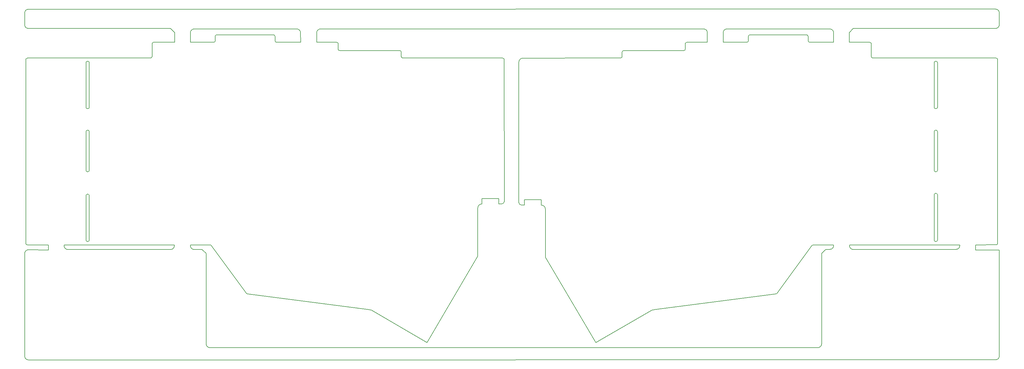
<source format=gbr>
%TF.GenerationSoftware,KiCad,Pcbnew,8.0.3*%
%TF.CreationDate,2024-08-02T01:30:14+01:00*%
%TF.ProjectId,corne-light-ice-trackball,636f726e-652d-46c6-9967-68742d696365,1.0*%
%TF.SameCoordinates,Original*%
%TF.FileFunction,Profile,NP*%
%FSLAX46Y46*%
G04 Gerber Fmt 4.6, Leading zero omitted, Abs format (unit mm)*
G04 Created by KiCad (PCBNEW 8.0.3) date 2024-08-02 01:30:14*
%MOMM*%
%LPD*%
G01*
G04 APERTURE LIST*
%TA.AperFunction,Profile*%
%ADD10C,0.200000*%
%TD*%
G04 APERTURE END LIST*
D10*
X187311029Y63651094D02*
X186076591Y62414115D01*
X173681403Y61418436D02*
X173711883Y61250796D01*
X173381683Y61718156D02*
X173211503Y61751176D01*
X173511223Y61647036D02*
X173381683Y61718156D01*
X173511223Y61647036D02*
X173681403Y61418436D01*
X-16958319Y62406495D02*
X-18192758Y63640934D01*
X-54957000Y-2999500D02*
X-60951076Y-2957801D01*
X-54964302Y-1494762D02*
X-54957000Y-2999500D01*
X-8693168Y-2858741D02*
X-7458729Y-4093179D01*
X177763179Y-4085559D02*
X179000158Y-2848581D01*
X224085113Y-1502382D02*
X230379227Y-1471902D01*
X231202186Y-4080479D02*
X231173000Y-3009500D01*
X230061727Y-3009500D02*
X231173000Y-3009500D01*
X224085113Y-3009500D02*
X230061727Y-3009500D01*
X224085113Y-1502382D02*
X224085113Y-3009500D01*
X-43642000Y40025500D02*
X-43642000Y53275500D01*
X-42642000Y32525500D02*
X-42642000Y21025500D01*
X-43360750Y53744250D02*
X-43142000Y53775500D01*
X-42954500Y53744250D02*
X-43142000Y53775500D01*
X-43610750Y53463000D02*
X-43517000Y53650500D01*
X-43610750Y53463000D02*
X-43642000Y53275500D01*
X-42673250Y53463000D02*
X-42767000Y53650500D01*
X-42642000Y53275500D02*
X-42673250Y53463000D01*
X-43329500Y39556750D02*
X-43142000Y39525500D01*
X-43610750Y39838000D02*
X-43517000Y39650500D01*
X-43642000Y40025500D02*
X-43610750Y39838000D01*
X-42673250Y39838000D02*
X-42642000Y40025500D01*
X-42923250Y39556750D02*
X-42767000Y39650500D01*
X-42673250Y39838000D02*
X-42767000Y39650500D01*
X-42923250Y39556750D02*
X-43142000Y39525500D01*
X-43517000Y39650500D02*
X-43329500Y39556750D01*
X-42954500Y32994250D02*
X-43142000Y33025500D01*
X-42673250Y32713000D02*
X-42767000Y32900500D01*
X-42642000Y32525500D02*
X-42673250Y32713000D01*
X-43610750Y32713000D02*
X-43642000Y32525500D01*
X-43360750Y32994250D02*
X-43517000Y32900500D01*
X-43610750Y32713000D02*
X-43517000Y32900500D01*
X-43360750Y32994250D02*
X-43142000Y33025500D01*
X-42767000Y32900500D02*
X-42954500Y32994250D01*
X-43329500Y20556750D02*
X-43142000Y20525500D01*
X-42673250Y20838000D02*
X-42642000Y21025500D01*
X-42673250Y20838000D02*
X-42767000Y20650500D01*
X-43610750Y20838000D02*
X-43517000Y20650500D01*
X-42923250Y20556750D02*
X-42767000Y20650500D01*
X-43517000Y20650500D02*
X-43329500Y20556750D01*
X-42923250Y20556750D02*
X-43142000Y20525500D01*
X-43642000Y21025500D02*
X-43610750Y20838000D01*
X-43360750Y13744250D02*
X-43517000Y13650500D01*
X-43610750Y13463000D02*
X-43517000Y13650500D01*
X-42673250Y13463000D02*
X-42767000Y13650500D01*
X-42954500Y13744250D02*
X-43142000Y13775500D01*
X-42767000Y13650500D02*
X-42954500Y13744250D01*
X-43610750Y13463000D02*
X-43642000Y13275500D01*
X-42642000Y13275500D02*
X-42673250Y13463000D01*
X-43360750Y13744250D02*
X-43142000Y13775500D01*
X-42673250Y-162000D02*
X-42642000Y25500D01*
X-42923250Y-443250D02*
X-42767000Y-349500D01*
X-42923250Y-443250D02*
X-43142000Y-474500D01*
X-42673250Y-162000D02*
X-42767000Y-349500D01*
X-43642000Y25500D02*
X-43610750Y-162000D01*
X-43610750Y-162000D02*
X-43517000Y-349500D01*
X-43329500Y-443250D02*
X-43142000Y-474500D01*
X-43517000Y-349500D02*
X-43329500Y-443250D01*
X212323153Y53744250D02*
X212135653Y53775500D01*
X212604403Y53463000D02*
X212510653Y53650500D01*
X212635653Y53275500D02*
X212604403Y53463000D01*
X211666903Y53463000D02*
X211635653Y53275500D01*
X211916903Y53744250D02*
X211760653Y53650500D01*
X211666903Y53463000D02*
X211760653Y53650500D01*
X211916903Y53744250D02*
X212135653Y53775500D01*
X212510653Y53650500D02*
X212323153Y53744250D01*
X212604403Y39838000D02*
X212510653Y39650500D01*
X212354403Y39556750D02*
X212510653Y39650500D01*
X211666903Y39838000D02*
X211760653Y39650500D01*
X211948153Y39556750D02*
X212135653Y39525500D01*
X212354403Y39556750D02*
X212135653Y39525500D01*
X212604403Y39838000D02*
X212635653Y40025500D01*
X211760653Y39650500D02*
X211948153Y39556750D01*
X211635653Y40025500D02*
X211666903Y39838000D01*
X211916903Y32994250D02*
X212135653Y33025500D01*
X211666903Y32713000D02*
X211635653Y32525500D01*
X212510653Y32900500D02*
X212323153Y32994250D01*
X212604403Y32713000D02*
X212510653Y32900500D01*
X212323153Y32994250D02*
X212135653Y33025500D01*
X211916903Y32994250D02*
X211760653Y32900500D01*
X211666903Y32713000D02*
X211760653Y32900500D01*
X212635653Y32525500D02*
X212604403Y32713000D01*
X212354403Y20556750D02*
X212135653Y20525500D01*
X212604403Y20838000D02*
X212635653Y21025500D01*
X211635653Y21025500D02*
X211666903Y20838000D01*
X212354403Y20556750D02*
X212510653Y20650500D01*
X211948153Y20556750D02*
X212135653Y20525500D01*
X212604403Y20838000D02*
X212510653Y20650500D01*
X211760653Y20650500D02*
X211948153Y20556750D01*
X211666903Y20838000D02*
X211760653Y20650500D01*
X212604403Y13713000D02*
X212510653Y13900500D01*
X211666903Y13713000D02*
X211760653Y13900500D01*
X212510653Y13900500D02*
X212323153Y13994250D01*
X211666903Y13713000D02*
X211635653Y13525500D01*
X211916903Y13994250D02*
X211760653Y13900500D01*
X212323153Y13994250D02*
X212135653Y14025500D01*
X212635653Y13525500D02*
X212604403Y13713000D01*
X211916903Y13994250D02*
X212135653Y14025500D01*
X211635653Y25500D02*
X211666903Y-162000D01*
X212354403Y-443250D02*
X212135653Y-474500D01*
X211948153Y-443250D02*
X212135653Y-474500D01*
X212604403Y-162000D02*
X212510653Y-349500D01*
X211760653Y-349500D02*
X211948153Y-443250D01*
X211666903Y-162000D02*
X211760653Y-349500D01*
X212604403Y-162000D02*
X212635653Y25500D01*
X212354403Y-443250D02*
X212510653Y-349500D01*
X-6318270Y-32409071D02*
X176625260Y-32398911D01*
X181136295Y-2340581D02*
X181240435Y-2145001D01*
X117710018Y55248782D02*
X117682078Y55076062D01*
X219137198Y-2340581D02*
X219238798Y-2145001D01*
X117710018Y56498461D02*
X117740498Y56668641D01*
X-61174596Y-2980661D02*
X-61385416Y-3046700D01*
X231011686Y-35591688D02*
X231115826Y-35396109D01*
X-12208524Y-1725902D02*
X-12185664Y-1949422D01*
X-23755353Y59005438D02*
X-23755353Y55256402D01*
X-60951076Y-2957801D02*
X-61174596Y-2980661D01*
X180988976Y63219294D02*
X180818796Y63358994D01*
X136711739Y57499220D02*
X136681259Y57326500D01*
X148197608Y62632555D02*
X148177288Y62411575D01*
X-7369829Y-31710572D02*
X-7263149Y-31906152D01*
X155710921Y61248256D02*
X155741401Y61418436D01*
X32246512Y59005438D02*
X32216032Y59175618D01*
X82224600Y54255643D02*
X82263569Y11640500D01*
X-60951076Y69477848D02*
X-61174596Y69454988D01*
X-61888335Y-35606928D02*
X-61746095Y-35777108D01*
X-4753632Y61255876D02*
X-4756172Y60006197D01*
X88323013Y10498504D02*
X87423000Y10499931D01*
X-61423516Y-1464282D02*
X-61253336Y-1494762D01*
X231115826Y64354673D02*
X231179326Y64568033D01*
X136711739Y57501760D02*
X136711739Y59000358D01*
X-61654655Y54552823D02*
X-61725775Y54423283D01*
X31913772Y59475338D02*
X31746132Y59505818D01*
X31746132Y59505818D02*
X25797458Y59505818D01*
X136912399Y59399138D02*
X137044479Y59470258D01*
X-16953239Y59505818D02*
X-23254973Y59505818D01*
X51446353Y54855082D02*
X51575893Y54783962D01*
X12744411Y61756256D02*
X-4255792Y61756256D01*
X13445451Y59604878D02*
X13577530Y59533758D01*
X143325893Y62411575D02*
X143325893Y62419195D01*
X117610958Y54946522D02*
X117509358Y54847462D01*
X-61575915Y-35919348D02*
X-61380336Y-36023488D01*
X-61654655Y-1294102D02*
X-61553055Y-1395702D01*
X155210541Y59498198D02*
X148174748Y59498198D01*
X50912954Y56975980D02*
X50745314Y57006460D01*
X20940983Y62403955D02*
X20940983Y62409035D01*
X-12208524Y-1720822D02*
X-12208524Y-1725902D01*
X192683124Y59165458D02*
X192711064Y58997818D01*
X117682078Y55076062D02*
X117610958Y54946522D01*
X230871986Y63986373D02*
X231011686Y64159093D01*
X-61753715Y-3295620D02*
X-61893415Y-3465800D01*
X-61580995Y-3153380D02*
X-61753715Y-3295620D01*
X180818796Y63358994D02*
X180623216Y63463134D01*
X231202186Y68350089D02*
X231202186Y68355169D01*
X230699267Y63844133D02*
X230871986Y63986373D01*
X230069347Y-36099688D02*
X230292867Y-36076828D01*
X211635653Y13525500D02*
X211635653Y25500D01*
X-50120527Y-2162781D02*
X-50013847Y-2355821D01*
X-61746095Y63971133D02*
X-61575915Y63831433D01*
X136742219Y59167998D02*
X136810799Y59297538D01*
X230503687Y-36010788D02*
X230699267Y-35904108D01*
X180193956Y-2848581D02*
X180417476Y-2825721D01*
X-43360750Y53744250D02*
X-43517000Y53650500D01*
X20940983Y62409035D02*
X20918123Y62632555D01*
X13275271Y59833477D02*
X13346391Y59703938D01*
X176632880Y-32398911D02*
X176853860Y-32376052D01*
X164199592Y-16191188D02*
X164052272Y-16244527D01*
X212635653Y25500D02*
X212635653Y13525500D01*
X231179326Y64568033D02*
X231202186Y64789013D01*
X32576712Y57034400D02*
X32744351Y57006460D01*
X-11070605Y63541874D02*
X-11075685Y63541874D01*
X230699267Y-35904108D02*
X230871986Y-35764408D01*
X-61385416Y69388948D02*
X-61580995Y69284808D01*
X-23254973Y59505818D02*
X-23425153Y59475338D01*
X118042758Y56968360D02*
X118210398Y56998840D01*
X-42642000Y53275500D02*
X-42642000Y40025500D01*
X58973000Y-30859500D02*
X74273000Y-4909500D01*
X186686190Y-2660621D02*
X186881770Y-2764761D01*
X181326795Y-1710662D02*
X181334415Y-1502382D01*
X231202186Y68355169D02*
X231176786Y68578689D01*
X-61893415Y68969848D02*
X-61997555Y68774269D01*
X-11700525Y-2668241D02*
X-11504945Y-2772381D01*
X-11075685Y63541874D02*
X-11299205Y63519014D01*
X-12119624Y-2162781D02*
X-12012944Y-2355821D01*
X-49871607Y-2528541D02*
X-49701427Y-2668241D01*
X-17755879Y-2769841D02*
X-17560299Y-2663161D01*
X26701697Y63519014D02*
X26488338Y63452974D01*
X186178190Y-1718282D02*
X186201050Y-1941802D01*
X-12018024Y63033874D02*
X-12122164Y62838294D01*
X155710921Y60001117D02*
X155710921Y61250796D01*
X32246512Y57504300D02*
X32246512Y59005438D01*
X-42642000Y13275500D02*
X-42642000Y25500D01*
X-6254770Y-1474500D02*
X-12213604Y-1474500D01*
X-61888335Y64143853D02*
X-61746095Y63971133D01*
X93373000Y10490500D02*
X93373000Y12090500D01*
X-61553055Y-1395702D02*
X-61423516Y-1464282D01*
X180186336Y63549494D02*
X149315207Y63549494D01*
X230285247Y69465148D02*
X230061727Y69488008D01*
X-11299205Y63519014D02*
X-11512565Y63452974D01*
X-11068065Y-2858741D02*
X-8693168Y-2858741D01*
X148507488Y63214214D02*
X148367788Y63041494D01*
X230503687Y63739994D02*
X230699267Y63844133D01*
X219304838Y-1931642D02*
X219325158Y-1710662D01*
X-60945996Y69477848D02*
X-60951076Y69477848D01*
X164052272Y-16244527D02*
X163960832Y-16252147D01*
X-23724873Y59173078D02*
X-23755353Y59005438D01*
X143236993Y62853534D02*
X143132853Y63049114D01*
X82023940Y54656963D02*
X81891860Y54725542D01*
X192210685Y59498198D02*
X186084211Y59498198D01*
X-54964302Y-1494762D02*
X-61253336Y-1494762D01*
X-12185664Y62624935D02*
X-12208524Y62401415D01*
X186183270Y-1499842D02*
X186178190Y-1710662D01*
X117509358Y54847462D02*
X117379818Y54776342D01*
X13346391Y59703938D02*
X13445451Y59604878D01*
X230511307Y54646803D02*
X230612907Y54547743D01*
X192380864Y59467718D02*
X192510404Y59396598D01*
X-61555595Y54654423D02*
X-61654655Y54552823D01*
X192711064Y59000358D02*
X192711064Y55251322D01*
X127130869Y-21042583D02*
X127290889Y-21022263D01*
X81891860Y54725542D02*
X81724220Y54756022D01*
X-61995015Y-35411349D02*
X-61888335Y-35606928D01*
X-7435869Y-31499752D02*
X-7369829Y-31710572D01*
X230508767Y-1403322D02*
X230379227Y-1471902D01*
X174042082Y59528678D02*
X173910003Y59599798D01*
X180823876Y-2655541D02*
X180996596Y-2513301D01*
X-7458729Y-31276233D02*
X-7435869Y-31499752D01*
X13145731Y61555596D02*
X13044131Y61657196D01*
X136711739Y58997818D02*
X136742219Y59167998D01*
X20432984Y63351374D02*
X20237404Y63455514D01*
X142817893Y63358994D02*
X142622313Y63463134D01*
X-61893415Y-3465800D02*
X-61997555Y-3661380D01*
X136610139Y57196960D02*
X136508540Y57097900D01*
X173910003Y59599798D02*
X173810943Y59698858D01*
X148873247Y63460594D02*
X148677668Y63356454D01*
X-61753715Y54255643D02*
X-61753715Y-994383D01*
X163960832Y-16252147D02*
X127290889Y-21022263D01*
X-6018550Y-1555722D02*
X-6165870Y-1502382D01*
X193211444Y54750942D02*
X230211587Y54748402D01*
X-12213604Y-1474500D02*
X-12208524Y-1720822D01*
X-49068968Y-2858741D02*
X-18195298Y-2858741D01*
X25792378Y62401415D02*
X25797458Y59505818D01*
X177432979Y-32063632D02*
X177575219Y-31890912D01*
X137044479Y59470258D02*
X137212119Y59498198D01*
X-12122164Y62838294D02*
X-12185664Y62624935D01*
X-11512565Y63452974D02*
X-11708145Y63346294D01*
X26292758Y63346294D02*
X26122578Y63204054D01*
X20946063Y59505818D02*
X20940983Y62403955D01*
X13244791Y60006197D02*
X13275271Y59833477D01*
X118210398Y57001380D02*
X136211360Y57001380D01*
X177067219Y-32310012D02*
X177262799Y-32203332D01*
X-23854413Y54956682D02*
X-23783293Y55086222D01*
X177742859Y-31481972D02*
X177763179Y-31258453D01*
X149315207Y63549494D02*
X149307587Y63549494D01*
X-61166976Y-36086988D02*
X-60943456Y-36107308D01*
X173711883Y61250796D02*
X173711883Y60001117D01*
X25980338Y63033874D02*
X25876198Y62838294D01*
X88323000Y12090500D02*
X88323013Y10498504D01*
X-62061055Y-35200529D02*
X-61995015Y-35411349D01*
X-61380336Y-36023488D02*
X-61166976Y-36086988D01*
X231202186Y-4080479D02*
X231202186Y-34959229D01*
X186371230Y-2348201D02*
X186513470Y-2518381D01*
X149084067Y63526634D02*
X148873247Y63460594D01*
X-5901710Y-1642082D02*
X4641819Y-16097208D01*
X186201050Y-1941802D02*
X186267090Y-2152621D01*
X181237895Y62853534D02*
X181131215Y63049114D01*
X-17143739Y-2155161D02*
X-17080239Y-1941802D01*
X-62061055Y-3874740D02*
X-62083915Y-4098259D01*
X42320142Y-21144183D02*
X42162662Y-21101003D01*
X13577530Y59533758D02*
X13745170Y59505818D01*
X26922677Y63541874D02*
X26701697Y63519014D01*
X51045033Y56904860D02*
X50912954Y56975980D01*
X-61753715Y-994383D02*
X-61725775Y-1164562D01*
X-61166976Y63663794D02*
X-60943456Y63640934D01*
X-17966698Y-2835881D02*
X-17755879Y-2769841D01*
X219238798Y-2145001D02*
X219304838Y-1931642D01*
X-24255732Y54756022D02*
X-61142000Y54756022D01*
X-61575915Y63831433D02*
X-61380336Y63727294D01*
X117913218Y56899780D02*
X118042758Y56968360D01*
X181324255Y59500738D02*
X181326795Y62411575D01*
X-17560299Y-2663161D02*
X-17390119Y-2523461D01*
X136508540Y57097900D02*
X136379000Y57026780D01*
X4641819Y-16097208D02*
X4756119Y-16183568D01*
X137212119Y59500738D02*
X143333513Y59500738D01*
X-50209427Y-1720822D02*
X-50209427Y-1725902D01*
X126793049Y-21108623D02*
X126958149Y-21070523D01*
X-23425153Y59475338D02*
X-23554693Y59404218D01*
X32345572Y57204580D02*
X32447172Y57105520D01*
X230064267Y-36099688D02*
X230069347Y-36099688D01*
X155380721Y59526138D02*
X155210541Y59498198D01*
X231176786Y68578689D02*
X231110746Y68792049D01*
X155611861Y59696318D02*
X155510261Y59597258D01*
X164313892Y-16104828D02*
X164199592Y-16191188D01*
X231115826Y-35396109D02*
X231179326Y-35182749D01*
X218189779Y-2848581D02*
X218194859Y-2848581D01*
X231202186Y64789013D02*
X231202186Y68350089D01*
X-7123449Y-32076332D02*
X-6950729Y-32218572D01*
X-6950729Y-32218572D02*
X-6755150Y-32322712D01*
X192909184Y54850002D02*
X192810124Y54949062D01*
X117379818Y54776342D02*
X117212179Y54748402D01*
X174857422Y-1647162D02*
X174971722Y-1563342D01*
X155812520Y61547976D02*
X155911580Y61649576D01*
X-11708145Y63346294D02*
X-11878324Y63204054D01*
X-11878324Y63204054D02*
X-12018024Y63033874D01*
X180417476Y-2825721D02*
X180630836Y-2759681D01*
X155510261Y59597258D02*
X155380721Y59526138D01*
X181326795Y62411575D02*
X181326795Y62419195D01*
X-23953473Y54855082D02*
X-23854413Y54956682D01*
X-5254011Y59505818D02*
X-12203444Y59505818D01*
X186178190Y-1710662D02*
X186178190Y-1718282D01*
X181303935Y62642715D02*
X181237895Y62853534D01*
X155911580Y61649576D02*
X156041120Y61718156D01*
X41997562Y-21062903D02*
X41824842Y-21034963D01*
X75523000Y10840500D02*
X75523000Y12440500D01*
X192739004Y55081142D02*
X192711064Y55248782D01*
X-11504945Y-2772381D02*
X-11291585Y-2835881D01*
X-5254011Y59505818D02*
X-5083831Y59533758D01*
X186267090Y-2152621D02*
X186371230Y-2348201D01*
X230871986Y-35764408D02*
X231011686Y-35591688D01*
X-12208524Y62401415D02*
X-12203444Y59505818D01*
X218824778Y-2655541D02*
X218994958Y-2513301D01*
X13244791Y60006197D02*
X13244791Y61255876D01*
X149307587Y63549494D02*
X149084067Y63526634D01*
X-61753715Y69142568D02*
X-61893415Y68969848D01*
X74273000Y9590500D02*
G75*
G02*
X75523000Y10840500I1250000J0D01*
G01*
X230694187Y69297508D02*
X230496067Y69401648D01*
X-61142000Y54756022D02*
X-61426056Y54725542D01*
X32447172Y57105520D02*
X32576712Y57034400D01*
X51245693Y56506081D02*
X51215213Y56676261D01*
X148263648Y62845914D02*
X148197608Y62632555D01*
X51575893Y54783962D02*
X51746073Y54756022D01*
X143333513Y59500738D02*
X143325893Y62411575D01*
X87423000Y10499931D02*
G75*
G02*
X86632431Y11290500I0J790569D01*
G01*
X-4725692Y61423516D02*
X-4753632Y61255876D01*
X19800524Y63541874D02*
X-11070605Y63541874D01*
X32216032Y59175618D02*
X32144912Y59305158D01*
X13044131Y61657196D02*
X12914591Y61725776D01*
X212635653Y40025500D02*
X212635653Y53275500D01*
X230496067Y69401648D02*
X230285247Y69465148D01*
X-50013847Y-2355821D02*
X-49871607Y-2528541D01*
X143132853Y63049114D02*
X142990613Y63219294D01*
X231006606Y68985088D02*
X230864366Y69157808D01*
X93373000Y10490500D02*
G75*
G02*
X94623000Y9240500I0J-1250000D01*
G01*
X-62083915Y-4098259D02*
X-62083915Y-34969389D01*
X230069347Y63651094D02*
X230292867Y63673954D01*
X-49701427Y-2668241D02*
X-49503307Y-2772381D01*
X93373000Y12090500D02*
X88323000Y12090500D01*
X26930297Y63541874D02*
X26922677Y63541874D01*
X155741401Y61418436D02*
X155812520Y61547976D01*
X12914591Y61725776D02*
X12744411Y61756256D01*
X-61174596Y69454988D02*
X-61385416Y69388948D01*
X-11873244Y-2528541D02*
X-11700525Y-2668241D01*
X-4954291Y59604878D02*
X-4852691Y59706478D01*
X117710018Y56498461D02*
X117710018Y55248782D01*
X81724220Y54756022D02*
X51746073Y54756022D01*
X-23755353Y55253862D02*
X-23755353Y55256402D01*
X218629198Y-2759681D02*
X218824778Y-2655541D01*
X51276173Y55083682D02*
X51344753Y54954142D01*
X231011686Y64159093D02*
X231115826Y64354673D01*
X94623000Y-5259500D02*
X94623000Y9240500D01*
X136681259Y57326500D02*
X136610139Y57196960D01*
X-60943456Y-36107308D02*
X230064267Y-36099688D01*
X148367788Y63041494D02*
X148263648Y62845914D01*
X175119041Y-1510002D02*
X175210481Y-1502382D01*
X-4255792Y61756256D02*
X-4425972Y61725776D01*
X-43642000Y21025500D02*
X-43642000Y32525500D01*
X126635569Y-21151803D02*
X109773000Y-30859500D01*
X-17390119Y-2523461D02*
X-17247879Y-2350741D01*
X230864366Y69157808D02*
X230694187Y69297508D01*
X186183270Y-1499842D02*
X219332778Y-1499842D01*
X51215213Y56676261D02*
X51144093Y56805800D01*
X-17247879Y-2350741D02*
X-17143739Y-2155161D01*
X230612907Y54547743D02*
X230681487Y54415663D01*
X-5083831Y59533758D02*
X-4954291Y59604878D01*
X-61380336Y63727294D02*
X-61166976Y63663794D01*
X51245693Y56506081D02*
X51245693Y55256402D01*
X4994879Y-16244527D02*
X41664823Y-21014643D01*
X75523000Y12440500D02*
X80573000Y12440500D01*
X86623000Y53490500D02*
X86632431Y11290500D01*
X-62083915Y-34969389D02*
X-62083915Y-34977009D01*
X42320142Y-21144183D02*
X58973000Y-30859500D01*
X155710921Y59998577D02*
X155680441Y59828397D01*
X143325893Y62419195D02*
X143303033Y62642715D01*
X180623216Y63463134D02*
X180409856Y63529174D01*
X20852083Y62843374D02*
X20747943Y63038954D01*
X230211587Y54748402D02*
X230381767Y54717922D01*
X13244791Y61255876D02*
X13216851Y61426056D01*
X-61580995Y69284808D02*
X-61753715Y69142568D01*
X-23783293Y55086222D02*
X-23755353Y55253862D01*
X13216851Y61426056D02*
X13145731Y61555596D01*
X-61725775Y54423283D02*
X-61753715Y54255643D01*
X20237404Y63455514D02*
X20024044Y63519014D01*
X230292867Y63673954D02*
X230503687Y63739994D01*
X181240435Y-2145001D02*
X181303935Y-1931642D01*
X-62083915Y64778853D02*
X-62083915Y64773773D01*
X173810943Y59698858D02*
X173739823Y59830937D01*
X181326795Y62419195D02*
X181303935Y62642715D01*
X-4852691Y59706478D02*
X-4784111Y59836017D01*
X192510404Y59396598D02*
X192612004Y59297538D01*
X148677668Y63356454D02*
X148507488Y63214214D01*
X87873000Y54740500D02*
X112962179Y54748402D01*
X32144912Y59305158D02*
X32043312Y59406758D01*
X126958149Y-21070523D02*
X127130869Y-21042583D01*
X80572987Y10848504D02*
X81473000Y10849931D01*
X177262799Y-32203332D02*
X177432979Y-32063632D01*
X156041120Y61718156D02*
X156211300Y61748636D01*
X177676819Y-31695332D02*
X177742859Y-31481972D01*
X230711967Y-1002003D02*
X230681487Y-1172182D01*
X-18190218Y-2858741D02*
X-17966698Y-2835881D01*
X-7263149Y-31906152D02*
X-7123449Y-32076332D01*
X-62083915Y64773773D02*
X-62061055Y64550253D01*
X-62061055Y68563449D02*
X-62083915Y68339929D01*
X-61997555Y-3661380D02*
X-62061055Y-3874740D01*
X51344753Y54954142D02*
X51446353Y54855082D01*
X82123000Y54555363D02*
X82023940Y54656963D01*
X180996596Y-2513301D02*
X181136295Y-2340581D01*
X51144093Y56805800D02*
X51045033Y56904860D01*
X-61746095Y-35777108D02*
X-61575915Y-35919348D01*
X-7458729Y-31271153D02*
X-7458729Y-31276233D01*
X192810124Y54949062D02*
X192739004Y55081142D01*
X180630836Y-2759681D02*
X180823876Y-2655541D01*
X142187974Y63549494D02*
X26930297Y63541874D01*
X230681487Y54415663D02*
X230711967Y54248023D01*
X-23554693Y59404218D02*
X-23656293Y59302618D01*
X117740498Y56668641D02*
X117811618Y56798180D01*
X-62083915Y68339929D02*
X-62083915Y64778853D01*
X82263569Y11640500D02*
G75*
G02*
X81473000Y10849931I-790569J0D01*
G01*
X180409856Y63529174D02*
X180186336Y63549494D01*
X-50209427Y-1725902D02*
X-50184027Y-1949422D01*
X-42767000Y53650500D02*
X-42954500Y53744250D01*
X20946063Y59505818D02*
X13745170Y59505818D01*
X-7458729Y-4093179D02*
X-7458729Y-31271153D01*
X174212262Y59498198D02*
X174042082Y59528678D01*
X25876198Y62838294D02*
X25812698Y62624935D01*
X20605703Y63211674D02*
X20432984Y63351374D01*
X177575219Y-31890912D02*
X177676819Y-31695332D01*
X41824842Y-21034963D02*
X41664823Y-21014643D01*
X20918123Y62632555D02*
X20852083Y62843374D01*
X-23656293Y59302618D02*
X-23724873Y59173078D01*
X180188876Y-2848581D02*
X180193956Y-2848581D01*
X26122578Y63204054D02*
X25980338Y63033874D01*
X230061727Y69488008D02*
X-60945996Y69477848D01*
X126635569Y-21151803D02*
X126793049Y-21108623D01*
X-61426056Y54725542D02*
X-61555595Y54654423D01*
X142990613Y63219294D02*
X142817893Y63358994D01*
X230610367Y-1301722D02*
X230508767Y-1403322D01*
X26488338Y63452974D02*
X26292758Y63346294D01*
X32274452Y57334120D02*
X32345572Y57204580D01*
X-61385416Y-3046700D02*
X-61580995Y-3153380D01*
X218194859Y-2848581D02*
X218418379Y-2825721D01*
X136810799Y59297538D02*
X136912399Y59399138D01*
X-6541790Y-32386212D02*
X-6318270Y-32409071D01*
X192210685Y59498198D02*
X192380864Y59467718D01*
X4905979Y-16236907D02*
X4994879Y-16244527D01*
X148177288Y62411575D02*
X148174748Y59498198D01*
X-24255732Y54756022D02*
X-24083012Y54783962D01*
X-11291585Y-2835881D02*
X-11068065Y-2858741D01*
X173739823Y59830937D02*
X173711883Y59998577D01*
X156211300Y61751176D02*
X173211503Y61751176D01*
X230681487Y-1172182D02*
X230610367Y-1301722D01*
X181131215Y63049114D02*
X180988976Y63219294D01*
X192612004Y59297538D02*
X192683124Y59165458D01*
X-4555512Y61654656D02*
X-4654572Y61553056D01*
X176853860Y-32376052D02*
X177067219Y-32310012D01*
X143303033Y62642715D02*
X143236993Y62853534D01*
X-17080239Y-1941802D02*
X-17057379Y-1718282D01*
X-49503307Y-2772381D02*
X-49292488Y-2835881D01*
X218418379Y-2825721D02*
X218629198Y-2759681D01*
X212635653Y21025500D02*
X212635653Y32525500D01*
X176625260Y-32398911D02*
X176632880Y-32398911D01*
X231110746Y68792049D02*
X231006606Y68985088D01*
X231179326Y-35182749D02*
X231202186Y-34959229D01*
X-61995015Y64336893D02*
X-61888335Y64143853D01*
X230292867Y-36076828D02*
X230503687Y-36010788D01*
X174971722Y-1563342D02*
X175119041Y-1510002D01*
X-5901710Y-1642082D02*
X-6018550Y-1555722D01*
X211635653Y53275500D02*
X211635653Y40025500D01*
X4756119Y-16183568D02*
X4905979Y-16236907D01*
X20024044Y63519014D02*
X19800524Y63541874D01*
X230711967Y54248023D02*
X230711967Y-999463D01*
X51245693Y55256402D02*
X51276173Y55083682D01*
X50745314Y57006460D02*
X32744351Y57006460D01*
X193211444Y54748402D02*
X193041264Y54778882D01*
X187316109Y-2848581D02*
X218189779Y-2848581D01*
X82194120Y54425823D02*
X82123000Y54555363D01*
X-61725775Y-1164562D02*
X-61654655Y-1294102D01*
X42162662Y-21101003D02*
X41997562Y-21062903D01*
X32246512Y57504300D02*
X32274452Y57334120D01*
X174857422Y-1647162D02*
X164313892Y-16104828D01*
X-4784111Y59836017D02*
X-4753632Y60006197D01*
X-62061055Y64550253D02*
X-61995015Y64336893D01*
X175210481Y-1502382D02*
X181334415Y-1502382D01*
X74273000Y-4909500D02*
X74273000Y9590500D01*
X211635653Y32525500D02*
X211635653Y21025500D01*
X-50184027Y-1949422D02*
X-50120527Y-2162781D01*
X80573000Y12440500D02*
X80572987Y10848504D01*
X32043312Y59406758D02*
X31913772Y59475338D01*
X109773000Y-30859500D02*
X94623000Y-5259500D01*
X-50204347Y-1499842D02*
X-50209427Y-1720822D01*
X-18195298Y-2858741D02*
X-18190218Y-2858741D01*
X-62083915Y-34977009D02*
X-62061055Y-35200529D01*
X230381767Y54717922D02*
X230511307Y54646803D01*
X142622313Y63463134D02*
X142408954Y63529174D01*
X-4654572Y61553056D02*
X-4725692Y61423516D01*
X186513470Y-2518381D02*
X186686190Y-2660621D01*
X-6165870Y-1502382D02*
X-6254770Y-1474500D01*
X187311029Y63651094D02*
X230064267Y63651094D01*
X136379000Y57026780D02*
X136211360Y56998840D01*
X117811618Y56798180D02*
X117913218Y56899780D01*
X-24083012Y54783962D02*
X-23953473Y54855082D01*
X142408954Y63529174D02*
X142187974Y63549494D01*
X218994958Y-2513301D02*
X219137198Y-2340581D01*
X20747943Y63038954D02*
X20605703Y63211674D01*
X-12185664Y-1949422D02*
X-12119624Y-2162781D01*
X219325158Y-1710662D02*
X219332778Y-1499842D01*
X-17057379Y-1718282D02*
X-17052299Y-1499842D01*
X181303935Y-1931642D02*
X181326795Y-1710662D01*
X186881770Y-2764761D02*
X187092590Y-2828261D01*
X-61997555Y68774269D02*
X-62061055Y68563449D01*
X-4425972Y61725776D02*
X-4555512Y61654656D01*
X-43642000Y25500D02*
X-43642000Y13275500D01*
X155680441Y59828397D02*
X155611861Y59696318D01*
X86623000Y53490500D02*
G75*
G02*
X87873000Y54740500I1250000J0D01*
G01*
X-6755150Y-32322712D02*
X-6541790Y-32386212D01*
X174212262Y59500738D02*
X181324255Y59500738D01*
X-49292488Y-2835881D02*
X-49068968Y-2858741D01*
X193041264Y54778882D02*
X192909184Y54850002D01*
X25812698Y62624935D02*
X25792378Y62401415D01*
X82224600Y54255643D02*
X82194120Y54425823D01*
X112962179Y54748402D02*
X117212179Y54748402D01*
X230064267Y63651094D02*
X230069347Y63651094D01*
X-50204347Y-1499842D02*
X-17052299Y-1499842D01*
X187092590Y-2828261D02*
X187316109Y-2848581D01*
X-16958319Y62406495D02*
X-16953239Y59505818D01*
X-12012944Y-2355821D02*
X-11873244Y-2528541D01*
X186084211Y59498198D02*
X186076591Y62414115D01*
X179000158Y-2848581D02*
X180188876Y-2848581D01*
X177763179Y-31258453D02*
X177763179Y-4085559D01*
X-60943456Y63640934D02*
X-18192758Y63640934D01*
M02*

</source>
